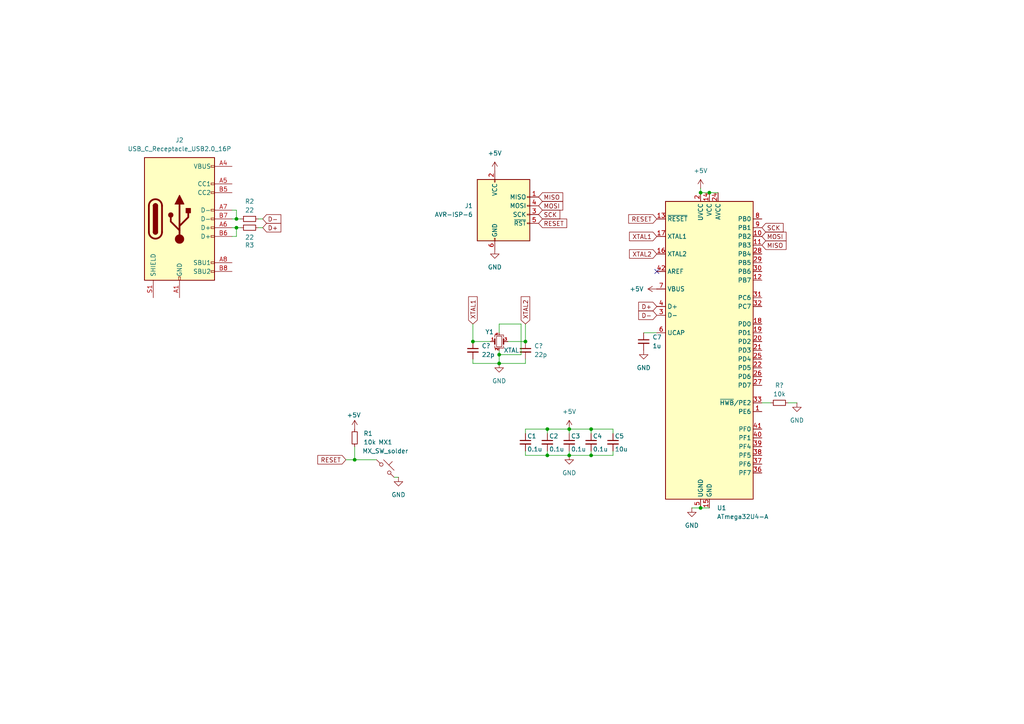
<source format=kicad_sch>
(kicad_sch (version 20231120) (generator "eeschema") (generator_version "8.0")
  (paper "A4")
  (lib_symbols
    (symbol "Connector:AVR-ISP-6" (pin_names (offset 1.016))
      (property "Reference" "J" (at -6.35 11.43 0))
      (property "Value" "AVR-ISP-6" (at 0 11.43 0))
      (symbol "AVR-ISP-6_0_1"
        (rectangle (start -2.667 -6.858) (end -2.413 -7.62))
        (rectangle (start -2.667 10.16) (end -2.413 9.398))
        (rectangle (start 7.62 -2.413) (end 6.858 -2.667))
        (rectangle (start 7.62 0.127) (end 6.858 -0.127))
        (rectangle (start 7.62 2.667) (end 6.858 2.413))
        (rectangle (start 7.62 5.207) (end 6.858 4.953))
        (rectangle (start 7.62 10.16) (end -7.62 -7.62) (stroke (width 0.254)) (fill (type background)))
      )
      (symbol "AVR-ISP-6_1_1"
        (pin passive line (at 10.16 5.08 180) (length 2.54) (name "MISO") (number "1"))
        (pin passive line (at -2.54 12.7 270) (length 2.54) (name "VCC") (number "2"))
        (pin passive line (at 10.16 0 180) (length 2.54) (name "SCK") (number "3"))
        (pin passive line (at 10.16 2.54 180) (length 2.54) (name "MOSI") (number "4"))
        (pin passive line (at 10.16 -2.54 180) (length 2.54) (name "~{RST}") (number "5"))
        (pin passive line (at -2.54 -10.16 90) (length 2.54) (name "GND") (number "6"))
      )
    )
    (symbol "Connector:USB_C_Receptacle_USB2.0_16P" (pin_names (offset 1.016))
      (property "Reference" "J" (at 0 22.225 0))
      (property "Value" "USB_C_Receptacle_USB2.0_16P" (at 0 19.685 0))
      (symbol "USB_C_Receptacle_USB2.0_16P_0_0"
        (rectangle (start -0.254 -17.78) (end 0.254 -16.764))
        (rectangle (start 10.16 -14.986) (end 9.144 -15.494))
        (rectangle (start 10.16 -12.446) (end 9.144 -12.954))
        (rectangle (start 10.16 -4.826) (end 9.144 -5.334))
        (rectangle (start 10.16 -2.286) (end 9.144 -2.794))
        (rectangle (start 10.16 0.254) (end 9.144 -0.254))
        (rectangle (start 10.16 2.794) (end 9.144 2.286))
        (rectangle (start 10.16 7.874) (end 9.144 7.366))
        (rectangle (start 10.16 10.414) (end 9.144 9.906))
        (rectangle (start 10.16 15.494) (end 9.144 14.986))
      )
      (symbol "USB_C_Receptacle_USB2.0_16P_0_1"
        (rectangle (start -10.16 17.78) (end 10.16 -17.78) (stroke (width 0.254)) (fill (type background)))
        (arc (start -8.89 -3.81) (mid -6.985 -5.7067) (end -5.08 -3.81) (stroke (width 0.508)))
        (arc (start -7.62 -3.81) (mid -6.985 -4.4423) (end -6.35 -3.81) (stroke (width 0.254)))
        (arc (start -7.62 -3.81) (mid -6.985 -4.4423) (end -6.35 -3.81) (stroke (width 0.254)) (fill (type outline)))
        (rectangle (start -7.62 -3.81) (end -6.35 3.81) (stroke (width 0.254)) (fill (type outline)))
        (arc (start -6.35 3.81) (mid -6.985 4.4423) (end -7.62 3.81) (stroke (width 0.254)))
        (arc (start -6.35 3.81) (mid -6.985 4.4423) (end -7.62 3.81) (stroke (width 0.254)) (fill (type outline)))
        (arc (start -5.08 3.81) (mid -6.985 5.7067) (end -8.89 3.81) (stroke (width 0.508)))
        (circle (center -2.54 1.143) (radius 0.635) (stroke (width 0.254)) (fill (type outline)))
        (circle (center 0 -5.842) (radius 1.27) (fill (type outline)))
        (polyline (pts (xy -8.89 -3.81) (xy -8.89 3.81)) (stroke (width 0.508)))
        (polyline (pts (xy -5.08 3.81) (xy -5.08 -3.81)) (stroke (width 0.508)))
        (polyline (pts (xy 0 -5.842) (xy 0 4.318)) (stroke (width 0.508)))
        (polyline (pts (xy 0 -3.302) (xy -2.54 -0.762) (xy -2.54 0.508)) (stroke (width 0.508)))
        (polyline (pts (xy 0 -2.032) (xy 2.54 0.508) (xy 2.54 1.778)) (stroke (width 0.508)))
        (polyline (pts (xy -1.27 4.318) (xy 0 6.858) (xy 1.27 4.318) (xy -1.27 4.318)) (stroke (width 0.254)) (fill (type outline)))
        (rectangle (start 1.905 1.778) (end 3.175 3.048) (stroke (width 0.254)) (fill (type outline)))
      )
      (symbol "USB_C_Receptacle_USB2.0_16P_1_1"
        (pin passive line (at 0 -22.86 90) (length 5.08) (name "GND") (number "A1"))
        (pin passive line (at 0 -22.86 90) (length 5.08) hide (name "GND") (number "A12"))
        (pin passive line (at 15.24 15.24 180) (length 5.08) (name "VBUS") (number "A4"))
        (pin bidirectional line (at 15.24 10.16 180) (length 5.08) (name "CC1") (number "A5"))
        (pin bidirectional line (at 15.24 -2.54 180) (length 5.08) (name "D+") (number "A6"))
        (pin bidirectional line (at 15.24 2.54 180) (length 5.08) (name "D-") (number "A7"))
        (pin bidirectional line (at 15.24 -12.7 180) (length 5.08) (name "SBU1") (number "A8"))
        (pin passive line (at 15.24 15.24 180) (length 5.08) hide (name "VBUS") (number "A9"))
        (pin passive line (at 0 -22.86 90) (length 5.08) hide (name "GND") (number "B1"))
        (pin passive line (at 0 -22.86 90) (length 5.08) hide (name "GND") (number "B12"))
        (pin passive line (at 15.24 15.24 180) (length 5.08) hide (name "VBUS") (number "B4"))
        (pin bidirectional line (at 15.24 7.62 180) (length 5.08) (name "CC2") (number "B5"))
        (pin bidirectional line (at 15.24 -5.08 180) (length 5.08) (name "D+") (number "B6"))
        (pin bidirectional line (at 15.24 0 180) (length 5.08) (name "D-") (number "B7"))
        (pin bidirectional line (at 15.24 -15.24 180) (length 5.08) (name "SBU2") (number "B8"))
        (pin passive line (at 15.24 15.24 180) (length 5.08) hide (name "VBUS") (number "B9"))
        (pin passive line (at -7.62 -22.86 90) (length 5.08) (name "SHIELD") (number "S1"))
      )
    )
    (symbol "Device:C_Small" (pin_numbers hide) (pin_names (offset 0.254) hide)
      (property "Reference" "C" (at 0.254 1.778 0))
      (property "Value" "C_Small" (at 0.254 -2.032 0))
      (symbol "C_Small_0_1"
        (polyline (pts (xy -1.524 -0.508) (xy 1.524 -0.508)) (stroke (width 0.3302)))
        (polyline (pts (xy -1.524 0.508) (xy 1.524 0.508)) (stroke (width 0.3048)))
      )
      (symbol "C_Small_1_1"
        (pin passive line (at 0 2.54 270) (length 2.032) (name "~") (number "1"))
        (pin passive line (at 0 -2.54 90) (length 2.032) (name "~") (number "2"))
      )
    )
    (symbol "Device:Crystal_GND24_Small" (pin_names (offset 1.016) hide)
      (property "Reference" "Y" (at 1.27 4.445 0))
      (property "Value" "Crystal_GND24_Small" (at 1.27 2.54 0))
      (symbol "Crystal_GND24_Small_0_1"
        (rectangle (start -0.762 -1.524) (end 0.762 1.524))
        (polyline (pts (xy -1.27 -0.762) (xy -1.27 0.762)) (stroke (width 0.381)))
        (polyline (pts (xy 1.27 -0.762) (xy 1.27 0.762)) (stroke (width 0.381)))
        (polyline (pts (xy -1.27 -1.27) (xy -1.27 -1.905) (xy 1.27 -1.905) (xy 1.27 -1.27)))
        (polyline (pts (xy -1.27 1.27) (xy -1.27 1.905) (xy 1.27 1.905) (xy 1.27 1.27)))
      )
      (symbol "Crystal_GND24_Small_1_1"
        (pin passive line (at -2.54 0 0) (length 1.27) (name "1") (number "1"))
        (pin passive line (at 0 -2.54 90) (length 0.635) (name "2") (number "2"))
        (pin passive line (at 2.54 0 180) (length 1.27) (name "3") (number "3"))
        (pin passive line (at 0 2.54 270) (length 0.635) (name "4") (number "4"))
      )
    )
    (symbol "Device:R_Small" (pin_numbers hide) (pin_names (offset 0.254) hide)
      (property "Reference" "R" (at 0.762 0.508 0))
      (property "Value" "R_Small" (at 0.762 -1.016 0))
      (symbol "R_Small_0_1"
        (rectangle (start -0.762 1.778) (end 0.762 -1.778) (stroke (width 0.2032)))
      )
      (symbol "R_Small_1_1"
        (pin passive line (at 0 2.54 270) (length 0.762) (name "~") (number "1"))
        (pin passive line (at 0 -2.54 90) (length 0.762) (name "~") (number "2"))
      )
    )
    (symbol "MCU_Microchip_ATmega:ATmega32U4-A"
      (property "Reference" "U" (at -12.7 44.45 0))
      (property "Value" "ATmega32U4-A" (at 2.54 -44.45 0))
      (symbol "ATmega32U4-A_0_1"
        (rectangle (start -12.7 -43.18) (end 12.7 43.18) (stroke (width 0.254)) (fill (type background)))
      )
      (symbol "ATmega32U4-A_1_1"
        (pin bidirectional line (at 15.24 -17.78 180) (length 2.54) (name "PE6") (number "1"))
        (pin bidirectional line (at 15.24 33.02 180) (length 2.54) (name "PB2") (number "10"))
        (pin bidirectional line (at 15.24 30.48 180) (length 2.54) (name "PB3") (number "11"))
        (pin bidirectional line (at 15.24 20.32 180) (length 2.54) (name "PB7") (number "12"))
        (pin input line (at -15.24 38.1 0) (length 2.54) (name "~{RESET}") (number "13"))
        (pin power_in line (at 0 45.72 270) (length 2.54) (name "VCC") (number "14"))
        (pin power_in line (at 0 -45.72 90) (length 2.54) (name "GND") (number "15"))
        (pin output line (at -15.24 27.94 0) (length 2.54) (name "XTAL2") (number "16"))
        (pin input line (at -15.24 33.02 0) (length 2.54) (name "XTAL1") (number "17"))
        (pin bidirectional line (at 15.24 7.62 180) (length 2.54) (name "PD0") (number "18"))
        (pin bidirectional line (at 15.24 5.08 180) (length 2.54) (name "PD1") (number "19"))
        (pin power_in line (at -2.54 45.72 270) (length 2.54) (name "UVCC") (number "2"))
        (pin bidirectional line (at 15.24 2.54 180) (length 2.54) (name "PD2") (number "20"))
        (pin bidirectional line (at 15.24 0 180) (length 2.54) (name "PD3") (number "21"))
        (pin bidirectional line (at 15.24 -5.08 180) (length 2.54) (name "PD5") (number "22"))
        (pin passive line (at 0 -45.72 90) (length 2.54) hide (name "GND") (number "23"))
        (pin power_in line (at 2.54 45.72 270) (length 2.54) (name "AVCC") (number "24"))
        (pin bidirectional line (at 15.24 -2.54 180) (length 2.54) (name "PD4") (number "25"))
        (pin bidirectional line (at 15.24 -7.62 180) (length 2.54) (name "PD6") (number "26"))
        (pin bidirectional line (at 15.24 -10.16 180) (length 2.54) (name "PD7") (number "27"))
        (pin bidirectional line (at 15.24 27.94 180) (length 2.54) (name "PB4") (number "28"))
        (pin bidirectional line (at 15.24 25.4 180) (length 2.54) (name "PB5") (number "29"))
        (pin bidirectional line (at -15.24 10.16 0) (length 2.54) (name "D-") (number "3"))
        (pin bidirectional line (at 15.24 22.86 180) (length 2.54) (name "PB6") (number "30"))
        (pin bidirectional line (at 15.24 15.24 180) (length 2.54) (name "PC6") (number "31"))
        (pin bidirectional line (at 15.24 12.7 180) (length 2.54) (name "PC7") (number "32"))
        (pin bidirectional line (at 15.24 -15.24 180) (length 2.54) (name "~{HWB}/PE2") (number "33"))
        (pin passive line (at 0 45.72 270) (length 2.54) hide (name "VCC") (number "34"))
        (pin passive line (at 0 -45.72 90) (length 2.54) hide (name "GND") (number "35"))
        (pin bidirectional line (at 15.24 -35.56 180) (length 2.54) (name "PF7") (number "36"))
        (pin bidirectional line (at 15.24 -33.02 180) (length 2.54) (name "PF6") (number "37"))
        (pin bidirectional line (at 15.24 -30.48 180) (length 2.54) (name "PF5") (number "38"))
        (pin bidirectional line (at 15.24 -27.94 180) (length 2.54) (name "PF4") (number "39"))
        (pin bidirectional line (at -15.24 12.7 0) (length 2.54) (name "D+") (number "4"))
        (pin bidirectional line (at 15.24 -25.4 180) (length 2.54) (name "PF1") (number "40"))
        (pin bidirectional line (at 15.24 -22.86 180) (length 2.54) (name "PF0") (number "41"))
        (pin passive line (at -15.24 22.86 0) (length 2.54) (name "AREF") (number "42"))
        (pin passive line (at 0 -45.72 90) (length 2.54) hide (name "GND") (number "43"))
        (pin passive line (at 2.54 45.72 270) (length 2.54) hide (name "AVCC") (number "44"))
        (pin passive line (at -2.54 -45.72 90) (length 2.54) (name "UGND") (number "5"))
        (pin passive line (at -15.24 5.08 0) (length 2.54) (name "UCAP") (number "6"))
        (pin input line (at -15.24 17.78 0) (length 2.54) (name "VBUS") (number "7"))
        (pin bidirectional line (at 15.24 38.1 180) (length 2.54) (name "PB0") (number "8"))
        (pin bidirectional line (at 15.24 35.56 180) (length 2.54) (name "PB1") (number "9"))
      )
    )
    (symbol "PCM_marbastlib-mx:MX_SW_solder" (pin_numbers hide) (pin_names (offset 1.016) hide)
      (property "Reference" "MX" (at 3.048 1.016 0))
      (property "Value" "MX_SW_solder" (at 0 -3.81 0))
      (symbol "MX_SW_solder_0_1"
        (circle (center -1.1684 1.1684) (radius 0.508))
        (polyline (pts (xy -0.508 2.54) (xy 2.54 -0.508)))
        (polyline (pts (xy 1.016 1.016) (xy 2.032 2.032)))
        (polyline (pts (xy -2.54 2.54) (xy -1.524 1.524) (xy -1.524 1.524)))
        (polyline (pts (xy 1.524 -1.524) (xy 2.54 -2.54) (xy 2.54 -2.54) (xy 2.54 -2.54)))
        (circle (center 1.143 -1.1938) (radius 0.508))
        (pin passive line (at -2.54 2.54 0) (length 0) (name "1") (number "1"))
        (pin passive line (at 2.54 -2.54 180) (length 0) (name "2") (number "2"))
      )
    )
    (symbol "power:+5V" (power) (pin_numbers hide) (pin_names (offset 0) hide)
      (property "Value" "+5V" (at 0 3.556 0))
      (symbol "+5V_0_1"
        (polyline (pts (xy -0.762 1.27) (xy 0 2.54)))
        (polyline (pts (xy 0 0) (xy 0 2.54)))
        (polyline (pts (xy 0 2.54) (xy 0.762 1.27)))
      )
      (symbol "+5V_1_1"
        (pin power_in line (at 0 0 90) (length 0) (name "~") (number "1"))
      )
    )
    (symbol "power:GND" (power) (pin_numbers hide) (pin_names (offset 0) hide)
      (property "Value" "GND" (at 0 -3.81 0))
      (symbol "GND_0_1"
        (polyline (pts (xy 0 0) (xy 0 -1.27) (xy 1.27 -1.27) (xy 0 -2.54) (xy -1.27 -1.27) (xy 0 -1.27)))
      )
      (symbol "GND_1_1"
        (pin power_in line (at 0 0 270) (length 0) (name "~") (number "1"))
      )
    )
  )
  (junction (at 205.74 55.88))
  (junction (at 203.2 55.88))
  (junction (at 158.75 124.46))
  (junction (at 144.78 102.87))
  (junction (at 137.16 99.06))
  (junction (at 102.87 133.35))
  (junction (at 68.58 66.04))
  (junction (at 165.1 124.46))
  (junction (at 152.4 99.06))
  (junction (at 158.75 132.08))
  (junction (at 68.58 63.5))
  (junction (at 171.45 132.08))
  (junction (at 203.2 147.32))
  (junction (at 171.45 124.46))
  (junction (at 165.1 132.08))
  (junction (at 144.78 105.41))
  (no_connect (at 190.5 78.74))
  (wire (pts (xy 67.31 60.96) (xy 68.58 60.96)))
  (wire (pts (xy 68.58 66.04) (xy 69.85 66.04)))
  (wire (pts (xy 144.78 96.52) (xy 144.78 93.98)))
  (wire (pts (xy 144.78 105.41) (xy 152.4 105.41)))
  (wire (pts (xy 67.31 63.5) (xy 68.58 63.5)))
  (wire (pts (xy 205.74 55.88) (xy 208.28 55.88)))
  (wire (pts (xy 137.16 104.14) (xy 137.16 105.41)))
  (wire (pts (xy 137.16 105.41) (xy 144.78 105.41)))
  (wire (pts (xy 67.31 66.04) (xy 68.58 66.04)))
  (wire (pts (xy 68.58 60.96) (xy 68.58 63.5)))
  (wire (pts (xy 152.4 130.81) (xy 152.4 132.08)))
  (wire (pts (xy 152.4 125.73) (xy 152.4 124.46)))
  (wire (pts (xy 203.2 147.32) (xy 205.74 147.32)))
  (wire (pts (xy 220.98 116.84) (xy 223.52 116.84)))
  (wire (pts (xy 144.78 102.87) (xy 151.13 102.87)))
  (wire (pts (xy 200.66 147.32) (xy 203.2 147.32)))
  (wire (pts (xy 171.45 130.81) (xy 171.45 132.08)))
  (wire (pts (xy 158.75 130.81) (xy 158.75 132.08)))
  (wire (pts (xy 177.8 125.73) (xy 177.8 124.46)))
  (wire (pts (xy 137.16 93.98) (xy 137.16 99.06)))
  (wire (pts (xy 186.69 96.52) (xy 190.5 96.52)))
  (wire (pts (xy 228.6 116.84) (xy 231.14 116.84)))
  (wire (pts (xy 171.45 124.46) (xy 165.1 124.46)))
  (wire (pts (xy 158.75 124.46) (xy 158.75 125.73)))
  (wire (pts (xy 151.13 93.98) (xy 151.13 102.87)))
  (wire (pts (xy 147.32 99.06) (xy 152.4 99.06)))
  (wire (pts (xy 144.78 102.87) (xy 144.78 105.41)))
  (wire (pts (xy 203.2 55.88) (xy 205.74 55.88)))
  (wire (pts (xy 152.4 124.46) (xy 158.75 124.46)))
  (wire (pts (xy 68.58 63.5) (xy 69.85 63.5)))
  (wire (pts (xy 171.45 132.08) (xy 165.1 132.08)))
  (wire (pts (xy 177.8 132.08) (xy 171.45 132.08)))
  (wire (pts (xy 74.93 66.04) (xy 76.2 66.04)))
  (wire (pts (xy 203.2 54.61) (xy 203.2 55.88)))
  (wire (pts (xy 74.93 63.5) (xy 76.2 63.5)))
  (wire (pts (xy 158.75 132.08) (xy 165.1 132.08)))
  (wire (pts (xy 114.3 138.43) (xy 115.57 138.43)))
  (wire (pts (xy 152.4 104.14) (xy 152.4 105.41)))
  (wire (pts (xy 152.4 93.98) (xy 152.4 99.06)))
  (wire (pts (xy 100.33 133.35) (xy 102.87 133.35)))
  (wire (pts (xy 142.24 99.06) (xy 137.16 99.06)))
  (wire (pts (xy 152.4 132.08) (xy 158.75 132.08)))
  (wire (pts (xy 144.78 93.98) (xy 151.13 93.98)))
  (wire (pts (xy 68.58 68.58) (xy 68.58 66.04)))
  (wire (pts (xy 165.1 124.46) (xy 165.1 125.73)))
  (wire (pts (xy 177.8 124.46) (xy 171.45 124.46)))
  (wire (pts (xy 165.1 130.81) (xy 165.1 132.08)))
  (wire (pts (xy 102.87 129.54) (xy 102.87 133.35)))
  (wire (pts (xy 171.45 124.46) (xy 171.45 125.73)))
  (wire (pts (xy 144.78 101.6) (xy 144.78 102.87)))
  (wire (pts (xy 67.31 68.58) (xy 68.58 68.58)))
  (wire (pts (xy 102.87 133.35) (xy 109.22 133.35)))
  (wire (pts (xy 177.8 130.81) (xy 177.8 132.08)))
  (wire (pts (xy 158.75 124.46) (xy 165.1 124.46)))
  (global_label "XTAL2" (shape input) (at 152.4 93.98 90) (property "Intersheetrefs" "${INTERSHEET_REFS}" (effects (hide yes))))
  (global_label "RESET" (shape input) (at 190.5 63.5 180) (property "Intersheetrefs" "${INTERSHEET_REFS}" (effects (hide yes))))
  (global_label "MISO" (shape input) (at 156.21 57.15 0) (property "Intersheetrefs" "${INTERSHEET_REFS}" (effects (hide yes))))
  (global_label "XTAL1" (shape input) (at 137.16 93.98 90) (property "Intersheetrefs" "${INTERSHEET_REFS}" (effects (hide yes))))
  (global_label "SCK" (shape input) (at 156.21 62.23 0) (property "Intersheetrefs" "${INTERSHEET_REFS}" (effects (hide yes))))
  (global_label "RESET" (shape input) (at 156.21 64.77 0) (property "Intersheetrefs" "${INTERSHEET_REFS}" (effects (hide yes))))
  (global_label "D+" (shape input) (at 190.5 88.9 180) (property "Intersheetrefs" "${INTERSHEET_REFS}" (effects (hide yes))))
  (global_label "XTAL2" (shape input) (at 190.5 73.66 180) (property "Intersheetrefs" "${INTERSHEET_REFS}" (effects (hide yes))))
  (global_label "D-" (shape input) (at 76.2 63.5 0) (property "Intersheetrefs" "${INTERSHEET_REFS}" (effects (hide yes))))
  (global_label "D-" (shape input) (at 190.5 91.44 180) (property "Intersheetrefs" "${INTERSHEET_REFS}" (effects (hide yes))))
  (global_label "XTAL1" (shape input) (at 190.5 68.58 180) (property "Intersheetrefs" "${INTERSHEET_REFS}" (effects (hide yes))))
  (global_label "MISO" (shape input) (at 220.98 71.12 0) (property "Intersheetrefs" "${INTERSHEET_REFS}" (effects (hide yes))))
  (global_label "RESET" (shape input) (at 100.33 133.35 180) (property "Intersheetrefs" "${INTERSHEET_REFS}" (effects (hide yes))))
  (global_label "D+" (shape input) (at 76.2 66.04 0) (property "Intersheetrefs" "${INTERSHEET_REFS}" (effects (hide yes))))
  (global_label "MOSI" (shape input) (at 156.21 59.69 0) (property "Intersheetrefs" "${INTERSHEET_REFS}" (effects (hide yes))))
  (global_label "SCK" (shape input) (at 220.98 66.04 0) (property "Intersheetrefs" "${INTERSHEET_REFS}" (effects (hide yes))))
  (global_label "MOSI" (shape input) (at 220.98 68.58 0) (property "Intersheetrefs" "${INTERSHEET_REFS}" (effects (hide yes))))
  (symbol (lib_id "power:+5V") (at 102.87 124.46 0) (unit 1)
    (property "Reference" "#PWR011" (effects (hide yes)))
    (property "Value" "+5V" (at 102.616 120.396 0))
    (property "Description" "Power symbol creates a global label with name \"+5V\"" (effects (hide yes)))
  )
  (symbol (lib_id "power:GND") (at 186.69 101.6 0) (unit 1)
    (property "Reference" "#PWR04" (effects (hide yes)))
    (property "Value" "GND" (at 186.69 106.68 0))
    (property "Description" "Power symbol creates a global label with name \"GND\" , ground" (effects (hide yes)))
  )
  (symbol (lib_id "Device:C_Small") (at 165.1 128.27 0) (unit 1)
    (property "Reference" "C3" (at 165.608 126.492 0) (effects (justify left)))
    (property "Value" "0.1u" (at 165.608 130.302 0) (effects (justify left)))
    (property "Description" "Unpolarized capacitor, small symbol" (effects (hide yes)))
  )
  (symbol (lib_id "Device:Crystal_GND24_Small") (at 144.78 99.06 0) (unit 1)
    (property "Reference" "Y1" (at 141.986 96.266 0))
    (property "Value" "XTAL" (at 148.336 101.6 0))
    (property "Description" "Four pin crystal, GND on pins 2 and 4, small symbol" (effects (hide yes)))
  )
  (symbol (lib_id "PCM_marbastlib-mx:MX_SW_solder") (at 111.76 135.89 0) (unit 1)
    (property "Reference" "MX1" (at 111.76 128.27 0))
    (property "Value" "MX_SW_solder" (at 111.76 130.81 0))
    (property "Footprint" "PCM_marbastlib-mx:SW_MX_1u" (effects (hide yes)))
    (property "Description" "Push button switch, normally open, two pins, 45° tilted" (effects (hide yes)))
  )
  (symbol (lib_id "power:GND") (at 115.57 138.43 0) (unit 1)
    (property "Reference" "#PWR012" (effects (hide yes)))
    (property "Value" "GND" (at 115.57 143.51 0))
    (property "Description" "Power symbol creates a global label with name \"GND\" , ground" (effects (hide yes)))
  )
  (symbol (lib_id "power:+5V") (at 203.2 54.61 0) (unit 1)
    (property "Reference" "#PWR01" (effects (hide yes)))
    (property "Value" "+5V" (at 203.2 49.53 0))
    (property "Description" "Power symbol creates a global label with name \"+5V\"" (effects (hide yes)))
  )
  (symbol (lib_id "Device:C_Small") (at 152.4 101.6 0) (unit 1)
    (property "Reference" "C?" (at 154.94 100.3362 0) (effects (justify left)))
    (property "Value" "22p" (at 154.94 102.8762 0) (effects (justify left)))
    (property "Description" "Unpolarized capacitor, small symbol" (effects (hide yes)))
  )
  (symbol (lib_id "Device:C_Small") (at 186.69 99.06 0) (unit 1)
    (property "Reference" "C7" (at 189.23 97.7962 0) (effects (justify left)))
    (property "Value" "1u" (at 189.23 100.3362 0) (effects (justify left)))
    (property "Description" "Unpolarized capacitor, small symbol" (effects (hide yes)))
  )
  (symbol (lib_id "Device:C_Small") (at 152.4 128.27 0) (unit 1)
    (property "Reference" "C1" (at 152.908 126.492 0) (effects (justify left)))
    (property "Value" "0.1u" (at 152.908 130.302 0) (effects (justify left)))
    (property "Description" "Unpolarized capacitor, small symbol" (effects (hide yes)))
  )
  (symbol (lib_id "power:GND") (at 200.66 147.32 0) (unit 1)
    (property "Reference" "#PWR02" (effects (hide yes)))
    (property "Value" "GND" (at 200.66 152.4 0))
    (property "Description" "Power symbol creates a global label with name \"GND\" , ground" (effects (hide yes)))
  )
  (symbol (lib_id "MCU_Microchip_ATmega:ATmega32U4-A") (at 205.74 101.6 0) (unit 1)
    (property "Reference" "U1" (at 207.9341 147.32 0) (effects (justify left)))
    (property "Value" "ATmega32U4-A" (at 207.9341 149.86 0) (effects (justify left)))
    (property "Footprint" "Package_QFP:TQFP-44_10x10mm_P0.8mm" (effects (hide yes)))
    (property "Datasheet" "http://ww1.microchip.com/downloads/en/DeviceDoc/Atmel-7766-8-bit-AVR-ATmega16U4-32U4_Datasheet.pdf" (effects (hide yes)))
    (property "Description" "16MHz, 32kB Flash, 2.5kB SRAM, 1kB EEPROM, USB 2.0, TQFP-44" (effects (hide yes)))
  )
  (symbol (lib_id "Connector:AVR-ISP-6") (at 146.05 62.23 0) (unit 1)
    (property "Reference" "J1" (at 137.16 59.6899 0) (effects (justify right)))
    (property "Value" "AVR-ISP-6" (at 137.16 62.2299 0) (effects (justify right)))
    (property "Datasheet" " ~" (effects (hide yes)))
    (property "Description" "Atmel 6-pin ISP connector" (effects (hide yes)))
  )
  (symbol (lib_id "power:+5V") (at 143.51 49.53 0) (unit 1)
    (property "Reference" "#PWR09" (effects (hide yes)))
    (property "Value" "+5V" (at 143.51 44.45 0))
    (property "Description" "Power symbol creates a global label with name \"+5V\"" (effects (hide yes)))
  )
  (symbol (lib_id "power:+5V") (at 190.5 83.82 90) (unit 1)
    (property "Reference" "#PWR03" (effects (hide yes)))
    (property "Value" "+5V" (at 186.69 83.8199 90) (effects (justify left)))
    (property "Description" "Power symbol creates a global label with name \"+5V\"" (effects (hide yes)))
  )
  (symbol (lib_id "power:+5V") (at 165.1 124.46 0) (unit 1)
    (property "Reference" "#PWR07" (effects (hide yes)))
    (property "Value" "+5V" (at 165.1 119.38 0))
    (property "Description" "Power symbol creates a global label with name \"+5V\"" (effects (hide yes)))
  )
  (symbol (lib_id "power:GND") (at 231.14 116.84 0) (unit 1)
    (property "Reference" "#PWR05" (effects (hide yes)))
    (property "Value" "GND" (at 231.14 121.92 0))
    (property "Description" "Power symbol creates a global label with name \"GND\" , ground" (effects (hide yes)))
  )
  (symbol (lib_id "Device:C_Small") (at 171.45 128.27 0) (unit 1)
    (property "Reference" "C4" (at 171.958 126.492 0) (effects (justify left)))
    (property "Value" "0.1u" (at 171.958 130.302 0) (effects (justify left)))
    (property "Description" "Unpolarized capacitor, small symbol" (effects (hide yes)))
  )
  (symbol (lib_id "power:GND") (at 165.1 132.08 0) (unit 1)
    (property "Reference" "#PWR08" (effects (hide yes)))
    (property "Value" "GND" (at 165.1 137.16 0))
    (property "Description" "Power symbol creates a global label with name \"GND\" , ground" (effects (hide yes)))
  )
  (symbol (lib_id "Connector:USB_C_Receptacle_USB2.0_16P") (at 52.07 63.5 0) (unit 1)
    (property "Reference" "J2" (at 52.07 40.64 0))
    (property "Value" "USB_C_Receptacle_USB2.0_16P" (at 52.07 43.18 0))
    (property "Datasheet" "https://www.usb.org/sites/default/files/documents/usb_type-c.zip" (effects (hide yes)))
    (property "Description" "USB 2.0-only 16P Type-C Receptacle connector" (effects (hide yes)))
  )
  (symbol (lib_id "Device:C_Small") (at 177.8 128.27 0) (unit 1)
    (property "Reference" "C5" (at 178.308 126.492 0) (effects (justify left)))
    (property "Value" "10u" (at 178.308 130.302 0) (effects (justify left)))
    (property "Description" "Unpolarized capacitor, small symbol" (effects (hide yes)))
  )
  (symbol (lib_id "Device:C_Small") (at 158.75 128.27 0) (unit 1)
    (property "Reference" "C2" (at 159.258 126.492 0) (effects (justify left)))
    (property "Value" "0.1u" (at 159.258 130.302 0) (effects (justify left)))
    (property "Description" "Unpolarized capacitor, small symbol" (effects (hide yes)))
  )
  (symbol (lib_id "power:GND") (at 144.78 105.41 0) (unit 1)
    (property "Reference" "#PWR06" (effects (hide yes)))
    (property "Value" "GND" (at 144.78 110.49 0))
    (property "Description" "Power symbol creates a global label with name \"GND\" , ground" (effects (hide yes)))
  )
  (symbol (lib_id "Device:R_Small") (at 102.87 127 0) (unit 1)
    (property "Reference" "R1" (at 105.41 125.7299 0) (effects (justify left)))
    (property "Value" "10k" (at 105.41 128.2699 0) (effects (justify left)))
    (property "Description" "Resistor, small symbol" (effects (hide yes)))
  )
  (symbol (lib_id "Device:C_Small") (at 137.16 101.6 0) (unit 1)
    (property "Reference" "C?" (at 139.7 100.3362 0) (effects (justify left)))
    (property "Value" "22p" (at 139.7 102.8762 0) (effects (justify left)))
    (property "Description" "Unpolarized capacitor, small symbol" (effects (hide yes)))
  )
  (symbol (lib_id "Device:R_Small") (at 226.06 116.84 270) (unit 1)
    (property "Reference" "R?" (at 226.06 111.76 90))
    (property "Value" "10k" (at 226.06 114.3 90))
    (property "Description" "Resistor, small symbol" (effects (hide yes)))
  )
  (symbol (lib_id "power:GND") (at 143.51 72.39 0) (unit 1)
    (property "Reference" "#PWR010" (effects (hide yes)))
    (property "Value" "GND" (at 143.51 77.47 0))
    (property "Description" "Power symbol creates a global label with name \"GND\" , ground" (effects (hide yes)))
  )
  (symbol (lib_id "Device:R_Small") (at 72.39 63.5 90) (unit 1)
    (property "Reference" "R2" (at 72.39 58.42 90))
    (property "Value" "22" (at 72.39 60.96 90))
    (property "Description" "Resistor, small symbol" (effects (hide yes)))
  )
  (symbol (lib_id "Device:R_Small") (at 72.39 66.04 90) (unit 1)
    (property "Reference" "R3" (at 72.39 71.12 90))
    (property "Value" "22" (at 72.39 68.834 90))
    (property "Description" "Resistor, small symbol" (effects (hide yes)))
  )
)
</source>
